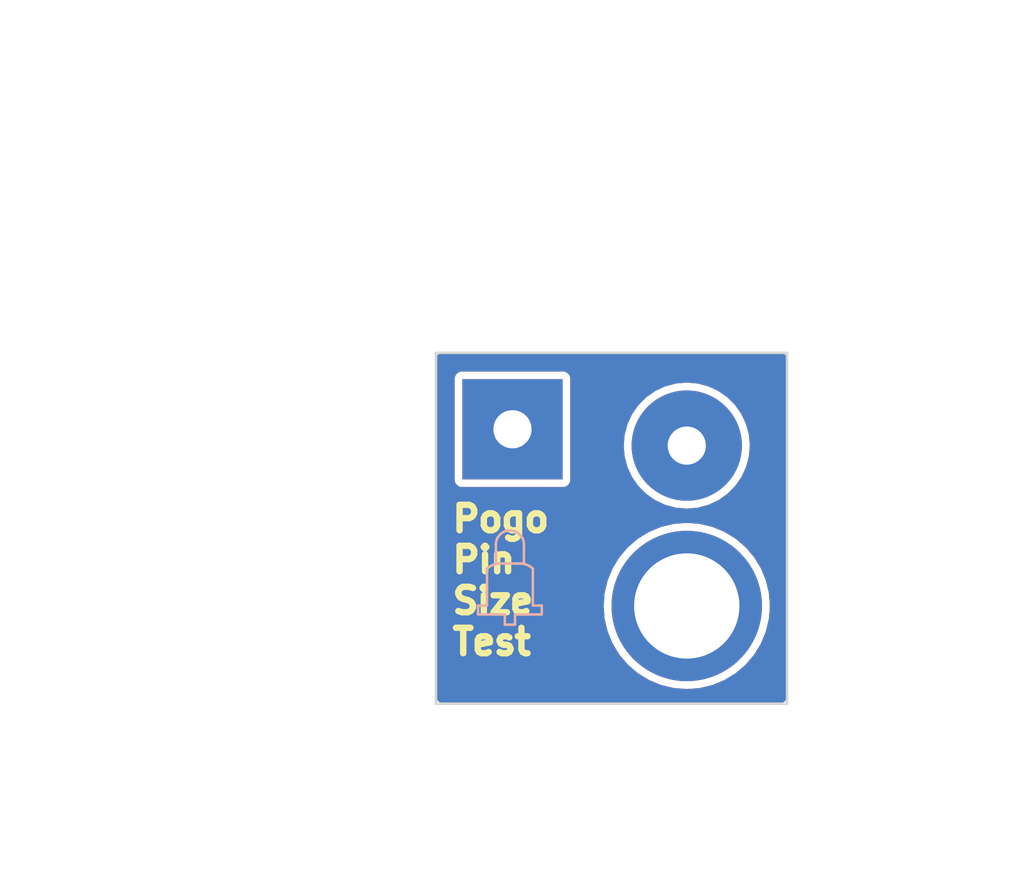
<source format=kicad_pcb>
(kicad_pcb (version 20240108) (generator "pcbnew") (generator_version "8.0")
  (layers (0 "F.Cu" signal) (31 "B.Cu" signal) (34 "B.Paste" user) (35 "F.Paste" user) (36 "B.SilkS" user "B.Silkscreen") (37 "F.SilkS" user "F.Silkscreen") (38 "B.Mask" user) (39 "F.Mask" user) (44 "Edge.Cuts" user))
  (net 0 "")
  (footprint "JJP_Lib:Pogo Pin (single) 3.75mm" (layer "F.Cu") (at 1.524 1.524)
    (property "Reference" "REF**" (hide yes))
    (property "Value" "Pogo Pin (single) 3.75mm")
    (pad "1" thru_hole rect (at 0 0) (size 2 2) (drill 0.762) (layers "*.Cu" "*.Mask") (clearance 0.127))
  )
  (footprint "JJP_Lib:Pogo Pin Test Hole AB" (layer "F.Cu") (at 5 1.75 -90)
    (property "Reference" "REF**" (hide yes))
    (property "Value" "Pogo Pin Test Hole AB")
    (pad "1" thru_hole circle (at 0.1 0 270) (size 2.2 2.2) (drill 0.762) (layers "*.Cu" "*.Mask") (clearance 0.127))
    (pad "2" thru_hole circle (at 3.3 0 270) (size 3 3) (drill 2.1) (layers "*.Cu" "*.Mask") (clearance 0.127))
  )
  (gr_arc (start 1.015998 4.3053) (mid 1.121821 4.237624) (end 1.244598 4.203698) (stroke (width 0.0508)) (layer "B.SilkS"))
  (gr_line (start 1.5748 5.422898) (end 1.371597 5.4229) (stroke (width 0.0508)) (layer "B.SilkS"))
  (gr_line (start 1.701799 4.203698) (end 1.244598 4.203698) (stroke (width 0.0508)) (layer "B.SilkS"))
  (gr_line (start 0.838198 5.041899) (end 1.015999 5.041899) (stroke (width 0.0508)) (layer "B.SilkS"))
  (gr_line (start 1.015998 4.3053) (end 1.015999 5.041899) (stroke (width 0.0508)) (layer "B.SilkS"))
  (gr_line (start 0.838199 5.219698) (end 0.838198 5.041899) (stroke (width 0.0508)) (layer "B.SilkS"))
  (gr_line (start 1.193798 4.203698) (end 1.193799 3.822699) (stroke (width 0.0508)) (layer "B.SilkS"))
  (gr_arc (start 1.701799 4.203698) (mid 1.824483 4.235002) (end 1.9304 4.3053) (stroke (width 0.0508)) (layer "B.SilkS"))
  (gr_line (start 1.9304 4.3053) (end 1.9304 5.041899) (stroke (width 0.0508)) (layer "B.SilkS"))
  (gr_line (start 1.574799 5.219698) (end 1.5748 5.422898) (stroke (width 0.0508)) (layer "B.SilkS"))
  (gr_line (start 1.3716 5.219696) (end 0.838199 5.219698) (stroke (width 0.0508)) (layer "B.SilkS"))
  (gr_line (start 1.371597 5.4229) (end 1.3716 5.219696) (stroke (width 0.0508)) (layer "B.SilkS"))
  (gr_arc (start 1.193799 3.822699) (mid 1.473201 3.543297) (end 1.752599 3.822699) (stroke (width 0.0508)) (layer "B.SilkS"))
  (gr_line (start 1.752599 3.822699) (end 1.752599 4.203698) (stroke (width 0.0508)) (layer "B.SilkS"))
  (gr_line (start 2.108199 5.041899) (end 2.1082 5.219698) (stroke (width 0.0508)) (layer "B.SilkS"))
  (gr_line (start 2.1082 5.219698) (end 1.574799 5.219698) (stroke (width 0.0508)) (layer "B.SilkS"))
  (gr_line (start 1.9304 5.041899) (end 2.108199 5.041899) (stroke (width 0.0508)) (layer "B.SilkS"))
  (gr_line (start 7 7) (end 7 0) (stroke (width 0.05)) (layer "Edge.Cuts"))
  (gr_line (start 0 0) (end 0 7) (stroke (width 0.05)) (layer "Edge.Cuts"))
  (gr_line (start 0 7) (end 7 7) (stroke (width 0.05)) (layer "Edge.Cuts"))
  (gr_line (start 7 0) (end 0 0) (stroke (width 0.05)) (layer "Edge.Cuts"))
  (gr_text "Pogo\nPin\nSize\nTest" (at 0.264506 6.061808 0) (layer "F.SilkS") (effects (font (size 0.508 0.508) (thickness 0.127) (bold yes)) (justify left bottom)))
  (zone (net 0) (net_name "") (layers "F&B.Cu") (connect_pads yes (clearance 0.5)) (min_thickness 0.25) (fill yes (thermal_gap 0.5) (thermal_bridge_width 0.5) (island_removal_mode 1) (island_area_min 10))
    (polygon (pts (xy 0 0) (xy 7.011821 0) (xy 7.011821 6.983578) (xy 0 6.983578)))
  )
)
</source>
